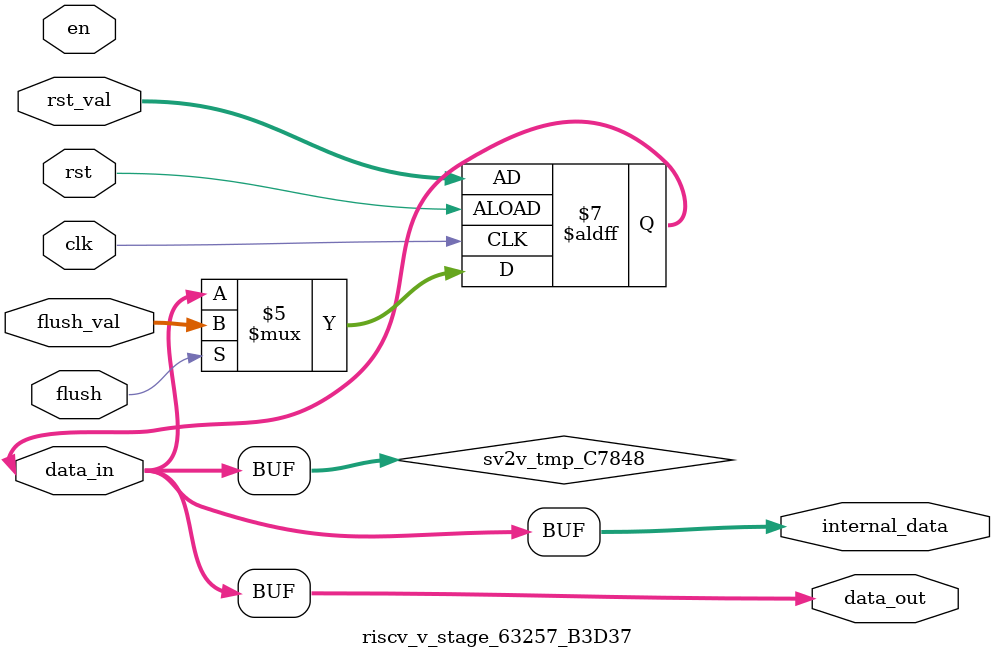
<source format=v>
module riscv_v_stage_63257_B3D37 (
	clk,
	rst,
	en,
	flush,
	rst_val,
	flush_val,
	data_in,
	data_out,
	internal_data
);
	parameter signed [31:0] DATA_T_riscv_v_pkg_RISCV_V_NUM_BYTES_DATA = 0;
	parameter signed [31:0] NUM_STAGES = 1;
	input wire clk;
	input wire rst;
	input wire en;
	input wire flush;
	input wire [DATA_T_riscv_v_pkg_RISCV_V_NUM_BYTES_DATA - 1:0] rst_val;
	input wire [DATA_T_riscv_v_pkg_RISCV_V_NUM_BYTES_DATA - 1:0] flush_val;
	input wire [DATA_T_riscv_v_pkg_RISCV_V_NUM_BYTES_DATA - 1:0] data_in;
	output wire [DATA_T_riscv_v_pkg_RISCV_V_NUM_BYTES_DATA - 1:0] data_out;
	output reg [(NUM_STAGES >= 0 ? ((NUM_STAGES + 1) * DATA_T_riscv_v_pkg_RISCV_V_NUM_BYTES_DATA) - 1 : ((1 - NUM_STAGES) * DATA_T_riscv_v_pkg_RISCV_V_NUM_BYTES_DATA) + ((NUM_STAGES * DATA_T_riscv_v_pkg_RISCV_V_NUM_BYTES_DATA) - 1)):(NUM_STAGES >= 0 ? 0 : NUM_STAGES * DATA_T_riscv_v_pkg_RISCV_V_NUM_BYTES_DATA)] internal_data;
	wire [DATA_T_riscv_v_pkg_RISCV_V_NUM_BYTES_DATA * 1:1] sv2v_tmp_C7848;
	assign sv2v_tmp_C7848 = data_in;
	always @(*) internal_data[(NUM_STAGES >= 0 ? 0 : NUM_STAGES) * DATA_T_riscv_v_pkg_RISCV_V_NUM_BYTES_DATA+:DATA_T_riscv_v_pkg_RISCV_V_NUM_BYTES_DATA] = sv2v_tmp_C7848;
	genvar _gv_idx_1;
	generate
		for (_gv_idx_1 = 1; _gv_idx_1 <= NUM_STAGES; _gv_idx_1 = _gv_idx_1 + 1) begin : gen_stage_data
			localparam idx = _gv_idx_1;
			always @(posedge clk or posedge rst)
				if (rst)
					internal_data[(NUM_STAGES >= 0 ? idx : NUM_STAGES - idx) * DATA_T_riscv_v_pkg_RISCV_V_NUM_BYTES_DATA+:DATA_T_riscv_v_pkg_RISCV_V_NUM_BYTES_DATA] <= rst_val;
				else if (flush)
					internal_data[(NUM_STAGES >= 0 ? idx : NUM_STAGES - idx) * DATA_T_riscv_v_pkg_RISCV_V_NUM_BYTES_DATA+:DATA_T_riscv_v_pkg_RISCV_V_NUM_BYTES_DATA] <= flush_val;
				else if (en)
					internal_data[(NUM_STAGES >= 0 ? idx : NUM_STAGES - idx) * DATA_T_riscv_v_pkg_RISCV_V_NUM_BYTES_DATA+:DATA_T_riscv_v_pkg_RISCV_V_NUM_BYTES_DATA] <= internal_data[(NUM_STAGES >= 0 ? idx - 1 : NUM_STAGES - (idx - 1)) * DATA_T_riscv_v_pkg_RISCV_V_NUM_BYTES_DATA+:DATA_T_riscv_v_pkg_RISCV_V_NUM_BYTES_DATA];
		end
	endgenerate
	assign data_out = internal_data[(NUM_STAGES >= 0 ? NUM_STAGES : NUM_STAGES - NUM_STAGES) * DATA_T_riscv_v_pkg_RISCV_V_NUM_BYTES_DATA+:DATA_T_riscv_v_pkg_RISCV_V_NUM_BYTES_DATA];
endmodule

</source>
